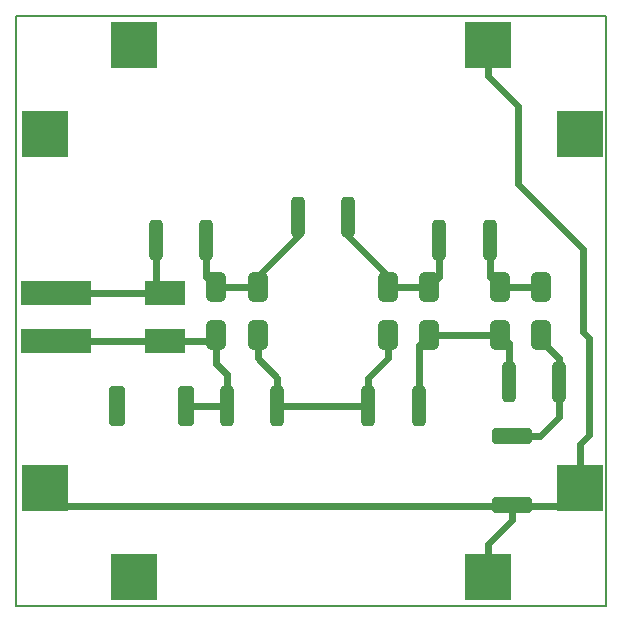
<source format=gbl>
G04 #@! TF.GenerationSoftware,KiCad,Pcbnew,6.0.0-d3dd2cf0fa~116~ubuntu20.04.1*
G04 #@! TF.CreationDate,2022-01-09T22:46:25+01:00*
G04 #@! TF.ProjectId,Statikplatte,53746174-696b-4706-9c61-7474652e6b69,rev?*
G04 #@! TF.SameCoordinates,Original*
G04 #@! TF.FileFunction,Copper,L4,Bot*
G04 #@! TF.FilePolarity,Positive*
%FSLAX46Y46*%
G04 Gerber Fmt 4.6, Leading zero omitted, Abs format (unit mm)*
G04 Created by KiCad (PCBNEW 6.0.0-d3dd2cf0fa~116~ubuntu20.04.1) date 2022-01-09 22:46:25*
%MOMM*%
%LPD*%
G01*
G04 APERTURE LIST*
G04 Aperture macros list*
%AMRoundRect*
0 Rectangle with rounded corners*
0 $1 Rounding radius*
0 $2 $3 $4 $5 $6 $7 $8 $9 X,Y pos of 4 corners*
0 Add a 4 corners polygon primitive as box body*
4,1,4,$2,$3,$4,$5,$6,$7,$8,$9,$2,$3,0*
0 Add four circle primitives for the rounded corners*
1,1,$1+$1,$2,$3*
1,1,$1+$1,$4,$5*
1,1,$1+$1,$6,$7*
1,1,$1+$1,$8,$9*
0 Add four rect primitives between the rounded corners*
20,1,$1+$1,$2,$3,$4,$5,0*
20,1,$1+$1,$4,$5,$6,$7,0*
20,1,$1+$1,$6,$7,$8,$9,0*
20,1,$1+$1,$8,$9,$2,$3,0*%
G04 Aperture macros list end*
G04 #@! TA.AperFunction,Profile*
%ADD10C,0.150000*%
G04 #@! TD*
G04 #@! TA.AperFunction,SMDPad,CuDef*
%ADD11R,4.000000X4.000000*%
G04 #@! TD*
G04 #@! TA.AperFunction,SMDPad,CuDef*
%ADD12RoundRect,0.250000X1.425000X-0.425000X1.425000X0.425000X-1.425000X0.425000X-1.425000X-0.425000X0*%
G04 #@! TD*
G04 #@! TA.AperFunction,SMDPad,CuDef*
%ADD13RoundRect,0.250000X-0.425000X-1.425000X0.425000X-1.425000X0.425000X1.425000X-0.425000X1.425000X0*%
G04 #@! TD*
G04 #@! TA.AperFunction,SMDPad,CuDef*
%ADD14R,3.500000X2.000000*%
G04 #@! TD*
G04 #@! TA.AperFunction,SMDPad,CuDef*
%ADD15R,6.000000X2.000000*%
G04 #@! TD*
G04 #@! TA.AperFunction,SMDPad,CuDef*
%ADD16RoundRect,0.250000X0.312500X1.450000X-0.312500X1.450000X-0.312500X-1.450000X0.312500X-1.450000X0*%
G04 #@! TD*
G04 #@! TA.AperFunction,SMDPad,CuDef*
%ADD17RoundRect,0.425000X0.425000X-0.825000X0.425000X0.825000X-0.425000X0.825000X-0.425000X-0.825000X0*%
G04 #@! TD*
G04 #@! TA.AperFunction,SMDPad,CuDef*
%ADD18RoundRect,0.425000X-0.425000X0.825000X-0.425000X-0.825000X0.425000X-0.825000X0.425000X0.825000X0*%
G04 #@! TD*
G04 #@! TA.AperFunction,ViaPad*
%ADD19C,0.600000*%
G04 #@! TD*
G04 #@! TA.AperFunction,ViaPad*
%ADD20C,0.800000*%
G04 #@! TD*
G04 #@! TA.AperFunction,Conductor*
%ADD21C,0.600000*%
G04 #@! TD*
G04 APERTURE END LIST*
D10*
X125000000Y-75000000D02*
X175000000Y-75000000D01*
X175000000Y-75000000D02*
X175000000Y-125000000D01*
X125000000Y-125000000D02*
X175000000Y-125000000D01*
X125000000Y-75000000D02*
X125000000Y-125000000D01*
D11*
X135000000Y-122500000D03*
X165000000Y-122500000D03*
X127500000Y-85000000D03*
X135000000Y-77500000D03*
X165000000Y-77500000D03*
X172750000Y-115000000D03*
X127500000Y-115000000D03*
X172750000Y-85000000D03*
D12*
X167000000Y-110600000D03*
X167000000Y-116400000D03*
D13*
X139400000Y-108000000D03*
X133600000Y-108000000D03*
D14*
X137625000Y-98500000D03*
X137625000Y-102500000D03*
D15*
X128375000Y-98500000D03*
X128375000Y-102500000D03*
D16*
X142862500Y-108000000D03*
X147137500Y-108000000D03*
X148862500Y-92000000D03*
X153137500Y-92000000D03*
X154862500Y-108000000D03*
X159137500Y-108000000D03*
X160862500Y-94000000D03*
X165137500Y-94000000D03*
X166725000Y-106000000D03*
X171000000Y-106000000D03*
D17*
X145500000Y-98000000D03*
X145500000Y-102000000D03*
D18*
X156500000Y-102000000D03*
X156500000Y-98000000D03*
D17*
X160000000Y-98000000D03*
X160000000Y-102000000D03*
D18*
X166000000Y-102000000D03*
X166000000Y-98000000D03*
D17*
X169500000Y-98000000D03*
X169500000Y-102000000D03*
D16*
X136862500Y-94000000D03*
X141137500Y-94000000D03*
D18*
X142000000Y-102000000D03*
X142000000Y-98000000D03*
D19*
X173750000Y-115500000D03*
X135000000Y-76250000D03*
X127500000Y-84500000D03*
X135000000Y-121750000D03*
D20*
X171750000Y-84500000D03*
D19*
X133500000Y-109250000D03*
D21*
X171000000Y-108000000D02*
X171000000Y-106500000D01*
X171000000Y-109000000D02*
X171000000Y-108000000D01*
X167000000Y-110600000D02*
X169400000Y-110600000D01*
X169400000Y-110600000D02*
X171000000Y-109000000D01*
X169500000Y-102500000D02*
X169500000Y-102000000D01*
X171000000Y-106000000D02*
X171000000Y-104000000D01*
X171000000Y-104000000D02*
X169500000Y-102500000D01*
X165137500Y-97137500D02*
X166000000Y-98000000D01*
X165137500Y-94000000D02*
X165137500Y-97137500D01*
X166000001Y-97999999D02*
X166000000Y-98000000D01*
X169500000Y-98000000D02*
X166000000Y-98000000D01*
X159137500Y-102862500D02*
X160000000Y-102000000D01*
X159137500Y-106000000D02*
X159137500Y-102862500D01*
X166725000Y-102725000D02*
X166000000Y-102000000D01*
X166725000Y-106000000D02*
X166725000Y-102725000D01*
X166000000Y-102000000D02*
X160000000Y-102000000D01*
X159137500Y-108000000D02*
X159137500Y-105637500D01*
X156500000Y-97000000D02*
X156500000Y-98000000D01*
X153137500Y-92000000D02*
X153137500Y-93637500D01*
X153137500Y-93637500D02*
X156500000Y-97000000D01*
X160862500Y-97137500D02*
X160000000Y-98000000D01*
X160862500Y-94000000D02*
X160862500Y-97137500D01*
X160000000Y-98000000D02*
X156500000Y-98000000D01*
X147137500Y-105637500D02*
X147137500Y-108000000D01*
X145500000Y-102000000D02*
X145500000Y-104000000D01*
X145500000Y-104000000D02*
X147137500Y-105637500D01*
X154862500Y-105637500D02*
X154862500Y-108000000D01*
X156500000Y-102000000D02*
X156500000Y-104000000D01*
X156500000Y-104000000D02*
X154862500Y-105637500D01*
X154862500Y-108000000D02*
X147137500Y-108000000D01*
X145500000Y-97000000D02*
X145500000Y-98000000D01*
X148862500Y-92000000D02*
X148862500Y-93637500D01*
X148862500Y-93637500D02*
X145500000Y-97000000D01*
X141137500Y-97137500D02*
X142000000Y-98000000D01*
X141137500Y-94000000D02*
X141137500Y-97137500D01*
X145500000Y-98000000D02*
X142000000Y-98000000D01*
X132175000Y-102500000D02*
X137625000Y-102500000D01*
X128375000Y-102500000D02*
X132175000Y-102500000D01*
X141500000Y-102500000D02*
X142000000Y-102000000D01*
X137625000Y-102500000D02*
X141500000Y-102500000D01*
X142000000Y-104500000D02*
X142000000Y-102000000D01*
X142862500Y-105362500D02*
X142000000Y-104500000D01*
X139500000Y-108000000D02*
X142862500Y-108000000D01*
X142862500Y-108000000D02*
X142862500Y-105362500D01*
X129000000Y-116500000D02*
X127500000Y-115000000D01*
X172750000Y-115000000D02*
X171250000Y-116500000D01*
X171250000Y-116500000D02*
X129000000Y-116500000D01*
X167000000Y-117700000D02*
X167000000Y-116400000D01*
X165000000Y-122500000D02*
X165000000Y-119700000D01*
X165000000Y-119700000D02*
X167000000Y-117700000D01*
X172750000Y-111250000D02*
X172750000Y-115000000D01*
X173500000Y-110500000D02*
X172750000Y-111250000D01*
X173500000Y-102250000D02*
X173500000Y-110500000D01*
X165000000Y-80100000D02*
X167500000Y-82600000D01*
X165000000Y-77500000D02*
X165000000Y-80100000D01*
X167500000Y-82600000D02*
X167500000Y-89250000D01*
X167500000Y-89250000D02*
X173000000Y-94750000D01*
X173000000Y-94750000D02*
X173000000Y-101750000D01*
X173000000Y-101750000D02*
X173500000Y-102250000D01*
X133600000Y-108000000D02*
X133550000Y-107950000D01*
X135000000Y-122500000D02*
X135000000Y-122174264D01*
X135000000Y-122174264D02*
X135000000Y-121750000D01*
X172750000Y-85000000D02*
X172250000Y-85000000D01*
X172250000Y-85000000D02*
X172149999Y-84899999D01*
X172149999Y-84899999D02*
X171750000Y-84500000D01*
X133500000Y-108100000D02*
X133500000Y-108825736D01*
X133500000Y-108825736D02*
X133500000Y-109250000D01*
X133600000Y-108000000D02*
X133500000Y-108100000D01*
X132175000Y-98500000D02*
X137625000Y-98500000D01*
X128375000Y-98500000D02*
X132175000Y-98500000D01*
X136862500Y-97737500D02*
X137625000Y-98500000D01*
X136862500Y-94000000D02*
X136862500Y-97737500D01*
M02*

</source>
